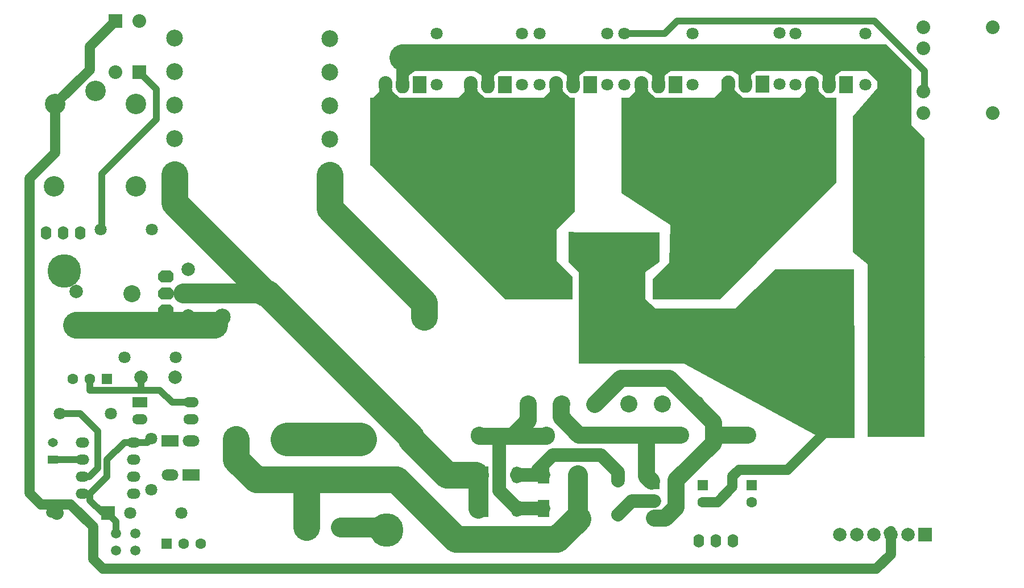
<source format=gtl>
%FSLAX24Y24*%
%MOIN*%
G70*
G01*
G75*
G04 Layer_Physical_Order=1*
G04 Layer_Color=255*
%ADD10C,0.0394*%
%ADD11C,0.0591*%
%ADD12C,0.0787*%
%ADD13C,0.1969*%
%ADD14C,0.1575*%
%ADD15C,0.1181*%
%ADD16C,0.0984*%
%ADD17C,0.0984*%
%ADD18C,0.1000*%
%ADD19C,0.0591*%
%ADD20C,0.0787*%
%ADD21C,0.1969*%
%ADD22C,0.0800*%
%ADD23C,0.0709*%
%ADD24C,0.0630*%
%ADD25R,0.0630X0.0630*%
%ADD26O,0.0630X0.0787*%
%ADD27C,0.1200*%
%ADD28O,0.0800X0.1000*%
%ADD29R,0.0800X0.1000*%
%ADD30R,0.0787X0.0787*%
%ADD31O,0.0650X0.1000*%
%ADD32R,0.0650X0.1000*%
%ADD33R,0.0800X0.0800*%
%ADD34C,0.1181*%
%ADD35R,0.1181X0.1181*%
%ADD36O,0.0900X0.0600*%
%ADD37R,0.0900X0.0600*%
%ADD38O,0.0787X0.0591*%
%ADD39R,0.0630X0.0630*%
%ADD40R,0.1000X0.0650*%
%ADD41O,0.1000X0.0650*%
%ADD42R,0.0800X0.0800*%
%ADD43O,0.0591X0.0512*%
%ADD44R,0.0591X0.0512*%
G04:AMPARAMS|DCode=45|XSize=70mil|YSize=90mil|CornerRadius=0mil|HoleSize=0mil|Usage=FLASHONLY|Rotation=90.000|XOffset=0mil|YOffset=0mil|HoleType=Round|Shape=Octagon|*
%AMOCTAGOND45*
4,1,8,-0.0450,-0.0175,-0.0450,0.0175,-0.0275,0.0350,0.0275,0.0350,0.0450,0.0175,0.0450,-0.0175,0.0275,-0.0350,-0.0275,-0.0350,-0.0450,-0.0175,0.0*
%
%ADD45OCTAGOND45*%

%ADD46C,0.0394*%
G36*
X358120Y38698D02*
X358199Y38619D01*
X358278Y37871D01*
X358768Y37438D01*
X362083D01*
X362451Y37832D01*
Y38462D01*
X362490Y38541D01*
X362608Y38659D01*
X362726Y38698D01*
X362923D01*
X363041Y38659D01*
X363120Y38580D01*
X363199Y37832D01*
X363645Y37438D01*
X364262D01*
Y32478D01*
X359577Y27793D01*
Y27793D01*
X357411Y25627D01*
X353474D01*
Y26808D01*
X354459Y27793D01*
X354498Y29997D01*
X351663Y31848D01*
Y37438D01*
X352083D01*
X352451Y37832D01*
Y38462D01*
X352490Y38541D01*
X352608Y38659D01*
X352726Y38698D01*
X352923D01*
X353041Y38659D01*
X353120Y38580D01*
X353199Y37832D01*
X353645Y37438D01*
X357125D01*
X357530Y37871D01*
Y38501D01*
X357569Y38580D01*
X357687Y38698D01*
X357805Y38737D01*
X358002D01*
X358120Y38698D01*
D02*
G37*
G36*
X339747Y39176D02*
X339183Y38737D01*
X339196Y37956D01*
X339156Y37877D01*
X339038Y37759D01*
X338920Y37719D01*
X338723D01*
X338605Y37759D01*
X338526Y37837D01*
X338435Y38029D01*
Y39407D01*
X339747Y39176D01*
D02*
G37*
G36*
X348041Y38659D02*
X348120Y38580D01*
X348199Y37832D01*
X348645Y37438D01*
X348907D01*
Y30785D01*
X347845Y29722D01*
Y27871D01*
X348789Y26926D01*
Y25627D01*
X344852D01*
X336900Y33501D01*
Y37438D01*
X337083D01*
X337451Y37832D01*
Y38462D01*
X337490Y38541D01*
X337608Y38659D01*
X337726Y38698D01*
X337923D01*
X338041Y38659D01*
X338120Y38580D01*
X338199Y37832D01*
X338645Y37438D01*
X342083D01*
X342451Y37832D01*
Y38462D01*
X342490Y38541D01*
X342608Y38659D01*
X342726Y38698D01*
X342923D01*
X343041Y38659D01*
X343120Y38580D01*
X343199Y37832D01*
X343645Y37438D01*
X347083D01*
X347451Y37832D01*
Y38462D01*
X347490Y38541D01*
X347608Y38659D01*
X347726Y38698D01*
X347923D01*
X348041Y38659D01*
D02*
G37*
G36*
X349144Y29564D02*
X353868D01*
Y27832D01*
X353041Y27202D01*
Y25627D01*
X353632Y25076D01*
X358317D01*
X360679Y27399D01*
X365285D01*
X365325Y20824D01*
Y17478D01*
X363356D01*
X355325Y21848D01*
X349144D01*
Y27202D01*
X348553Y27793D01*
X348552Y29567D01*
X349144Y29564D01*
D02*
G37*
G36*
X368632Y39092D02*
Y35863D01*
X369419Y35076D01*
Y22281D01*
X369459Y22241D01*
X369419Y22202D01*
Y17556D01*
X366073D01*
Y27674D01*
X365207Y28383D01*
Y36336D01*
X366663Y38029D01*
Y38422D01*
X365955Y39131D01*
Y40588D01*
X367175D01*
X368632Y39092D01*
D02*
G37*
G36*
X364183Y38737D02*
X364196Y37956D01*
X364156Y37877D01*
X364038Y37759D01*
X363920Y37719D01*
X363723D01*
X363605Y37759D01*
X363526Y37837D01*
X363435Y38029D01*
Y38737D01*
X362778Y39176D01*
X364747D01*
X364183Y38737D01*
D02*
G37*
G36*
X359262Y38777D02*
X359274Y37995D01*
X359235Y37916D01*
X359117Y37798D01*
X358999Y37759D01*
X358802D01*
X358684Y37798D01*
X358605Y37877D01*
X358514Y38068D01*
Y38777D01*
X357857Y39215D01*
X359826D01*
X359262Y38777D01*
D02*
G37*
G36*
X354183Y38737D02*
X354196Y37956D01*
X354156Y37877D01*
X354038Y37759D01*
X353920Y37719D01*
X353723D01*
X353605Y37759D01*
X353526Y37837D01*
X353435Y38029D01*
Y38737D01*
X352778Y39176D01*
X354747D01*
X354183Y38737D01*
D02*
G37*
G36*
X344183D02*
X344196Y37956D01*
X344156Y37877D01*
X344038Y37759D01*
X343920Y37719D01*
X343723D01*
X343605Y37759D01*
X343526Y37837D01*
X343435Y38029D01*
Y38737D01*
X342778Y39176D01*
X344747D01*
X344183Y38737D01*
D02*
G37*
G36*
X349183D02*
X349196Y37956D01*
X349156Y37877D01*
X349038Y37759D01*
X348920Y37719D01*
X348723D01*
X348605Y37759D01*
X348526Y37837D01*
X348435Y38029D01*
Y38737D01*
X347778Y39176D01*
X349747D01*
X349183Y38737D01*
D02*
G37*
D10*
X322008Y11878D02*
Y12594D01*
X321531Y13071D02*
X322008Y12594D01*
X321485Y15217D02*
Y16201D01*
X320933Y15728D02*
Y17894D01*
X320433Y15228D02*
X320933Y15728D01*
X323851Y17228D02*
X324083Y17461D01*
X320485Y20319D02*
Y20965D01*
X323063Y17228D02*
X323851D01*
X322512D02*
X323063D01*
X321485Y16201D02*
X322512Y17228D01*
X320063Y15228D02*
X320433D01*
X318343Y16228D02*
X320063D01*
Y14228D02*
X320496D01*
X321485Y15217D01*
X325302Y19587D02*
X326400D01*
X323493Y20317D02*
Y21043D01*
X324594Y20295D02*
X325302Y19587D01*
X320496Y13823D02*
X321217Y13103D01*
X320496Y13823D02*
Y14228D01*
X323374Y38961D02*
X324380Y37955D01*
Y36178D02*
Y37955D01*
X321191Y32989D02*
X324380Y36178D01*
X318317Y16203D02*
X318343Y16228D01*
X321191Y29777D02*
Y32989D01*
X321117Y29703D02*
X321191Y29777D01*
X318717Y18903D02*
X319924D01*
X320933Y17894D01*
X354930Y41966D02*
X366467D01*
X369419Y39013D01*
Y37876D02*
Y39013D01*
X369359Y37815D02*
X369419Y37876D01*
X351820Y41209D02*
X354173D01*
X354930Y41966D01*
X320508Y20295D02*
X324594D01*
X320485Y20319D02*
X320508Y20295D01*
X320485D02*
X320508D01*
D11*
X320669Y10394D02*
Y12274D01*
Y10394D02*
X321263Y9800D01*
X319363Y13580D02*
X320669Y12274D01*
X320482Y40446D02*
X321996Y41961D01*
X320482Y39096D02*
Y40446D01*
X318453Y37067D02*
X320482Y39096D01*
X318453Y34232D02*
Y37067D01*
X316939Y32718D02*
X318453Y34232D01*
X318694Y13580D02*
X319363D01*
X318217Y13103D02*
X318694Y13580D01*
X316939Y14250D02*
X317609Y13580D01*
X316939Y14250D02*
Y32718D01*
X317609Y13580D02*
X318694D01*
X356422Y13725D02*
X357268D01*
X358150Y14606D01*
Y15236D01*
X358543Y15630D01*
X361386D01*
X364280Y18524D01*
X367326Y11920D02*
X367435Y12029D01*
X321263Y9800D02*
X366572D01*
X367435Y10663D01*
Y11811D01*
D12*
X352248Y13783D02*
X353571D01*
X351445Y12980D02*
X352221Y13756D01*
X344516Y14368D02*
X345498Y13347D01*
X347606Y16476D02*
X350461D01*
X351445Y15492D01*
X346759Y15629D02*
X347606Y16476D01*
X351445Y14980D02*
Y15492D01*
X345498Y15315D02*
X347073D01*
X345498Y13347D02*
X347073D01*
X344477Y14368D02*
Y17598D01*
D13*
X332036Y17421D02*
X336327D01*
D14*
X347845Y11533D02*
X349073Y12761D01*
X330243Y15033D02*
X333081D01*
X333178Y12264D02*
Y14936D01*
X333081Y15033D02*
X338438D01*
X333081D02*
X333178Y14936D01*
X329044Y16232D02*
Y17421D01*
Y16232D02*
X330243Y15033D01*
X338438D02*
X341939Y11533D01*
X347845D01*
X358778Y39803D02*
X366367D01*
X319674Y24114D02*
X327784D01*
X338823Y39803D02*
X358778D01*
X339319Y17421D02*
Y17539D01*
X330878Y25980D02*
X339319Y17539D01*
Y17421D02*
X341425Y15315D01*
X343081D01*
X325461Y31280D02*
Y32933D01*
Y31280D02*
X330760Y25980D01*
X340067Y24587D02*
Y25426D01*
X334550Y30943D02*
X340067Y25426D01*
X334550Y30943D02*
Y32912D01*
D15*
X349073Y12761D02*
Y15315D01*
X335185Y12264D02*
X337469D01*
X343238Y13344D02*
Y15312D01*
X330878Y25980D02*
X331075D01*
X325933D02*
X330760D01*
D16*
X349162Y17638D02*
X353099D01*
X348099Y18701D02*
Y19449D01*
X353099Y15256D02*
Y17638D01*
X353571Y12783D02*
X354209D01*
X351600Y20982D02*
X354440D01*
X350067Y19449D02*
X351600Y20982D01*
X353099Y15256D02*
X353410Y14945D01*
X348099Y18701D02*
X349162Y17638D01*
X354440Y20982D02*
X357036Y18386D01*
Y17638D02*
Y18386D01*
Y17638D02*
X359004D01*
X353099D02*
X355067D01*
X354209Y12783D02*
X354843Y13417D01*
Y15000D01*
X357036Y17193D01*
Y17638D01*
X346181Y18504D02*
Y19409D01*
X343307Y17598D02*
X344477D01*
X345276D01*
X347244D01*
X345276D02*
X346181Y18504D01*
D17*
X325461Y31102D02*
D03*
Y33071D02*
D03*
Y37008D02*
D03*
Y35039D02*
D03*
Y38976D02*
D03*
Y40945D02*
D03*
X334550Y40924D02*
D03*
Y38955D02*
D03*
Y35018D02*
D03*
Y36987D02*
D03*
Y33050D02*
D03*
Y31081D02*
D03*
X340067Y24587D02*
D03*
X328256D02*
D03*
D18*
X359055Y17657D02*
D03*
X343307D02*
D03*
X345276D02*
D03*
X347244D02*
D03*
X349213D02*
D03*
X357087D02*
D03*
X355118D02*
D03*
X353150D02*
D03*
X351181D02*
D03*
X359055Y28484D02*
D03*
X351181D02*
D03*
X353150D02*
D03*
X355118D02*
D03*
X357087D02*
D03*
X349213D02*
D03*
X347244D02*
D03*
X345276D02*
D03*
X343307D02*
D03*
X354055Y26358D02*
D03*
X356024D02*
D03*
X352087D02*
D03*
X350118D02*
D03*
X348150D02*
D03*
X346181D02*
D03*
Y19469D02*
D03*
X348150D02*
D03*
X350118D02*
D03*
X352087D02*
D03*
X356024D02*
D03*
X354055D02*
D03*
X322941Y25965D02*
D03*
D19*
X322008Y10878D02*
D03*
Y11878D02*
D03*
X323150Y10878D02*
D03*
Y11878D02*
D03*
D20*
X326248Y24665D02*
D03*
Y27382D02*
D03*
X333188Y12120D02*
D03*
X335196D02*
D03*
X364435Y11811D02*
D03*
X365435D02*
D03*
X366435D02*
D03*
X368435D02*
D03*
X367435D02*
D03*
X319674Y26083D02*
D03*
Y24114D02*
D03*
X351445Y12980D02*
D03*
Y14980D02*
D03*
X325493Y21043D02*
D03*
X323493D02*
D03*
D21*
X361485Y23327D02*
D03*
X337874Y12087D02*
D03*
X368335Y22146D02*
D03*
X367744Y29862D02*
D03*
X318976Y27283D02*
D03*
X361563Y21280D02*
D03*
D22*
X369359Y36555D02*
D03*
Y37815D02*
D03*
Y41594D02*
D03*
Y40335D02*
D03*
X373414Y41594D02*
D03*
Y36555D02*
D03*
X323374Y41961D02*
D03*
X321996Y38965D02*
D03*
X318531Y13071D02*
D03*
D23*
X365933Y38209D02*
D03*
Y41209D02*
D03*
X360902Y38248D02*
D03*
Y41248D02*
D03*
X355823Y38209D02*
D03*
Y41209D02*
D03*
X350807Y38209D02*
D03*
Y41209D02*
D03*
X345823Y38209D02*
D03*
Y41209D02*
D03*
X340807Y38209D02*
D03*
Y41209D02*
D03*
X321117Y29703D02*
D03*
X324117D02*
D03*
X361839Y41209D02*
D03*
Y38209D02*
D03*
X346839Y41209D02*
D03*
Y38209D02*
D03*
X322508Y22224D02*
D03*
X325508D02*
D03*
X324083Y17461D02*
D03*
Y14461D02*
D03*
X321717Y18903D02*
D03*
X318717D02*
D03*
X322835Y13071D02*
D03*
X325835D02*
D03*
X351820Y41209D02*
D03*
Y38209D02*
D03*
D24*
X359280Y13705D02*
D03*
X356422Y13725D02*
D03*
X353571Y13783D02*
D03*
Y12783D02*
D03*
X326989Y11280D02*
D03*
X325989D02*
D03*
X319485Y20965D02*
D03*
X320485D02*
D03*
D25*
X359280Y14705D02*
D03*
X356422Y14725D02*
D03*
X353571Y14783D02*
D03*
D26*
X356193Y11437D02*
D03*
X357193D02*
D03*
X358193D02*
D03*
X317917Y29503D02*
D03*
X318917D02*
D03*
X319917D02*
D03*
D27*
X318453Y37067D02*
D03*
X323178D02*
D03*
X318378Y32264D02*
D03*
X323178D02*
D03*
X320815Y37854D02*
D03*
D28*
X337823Y38209D02*
D03*
X338823D02*
D03*
X342823D02*
D03*
X343823D02*
D03*
X347823D02*
D03*
X348823D02*
D03*
X352823D02*
D03*
X353823D02*
D03*
X357902Y38248D02*
D03*
X358902D02*
D03*
X362823Y38209D02*
D03*
X363823D02*
D03*
D29*
X339823D02*
D03*
X344823D02*
D03*
X349823D02*
D03*
X354823D02*
D03*
X359902Y38248D02*
D03*
X364823Y38209D02*
D03*
D30*
X369435Y11811D02*
D03*
D31*
X349073Y15315D02*
D03*
Y13347D02*
D03*
X345498Y13347D02*
D03*
Y15315D02*
D03*
D32*
X347073D02*
D03*
Y13347D02*
D03*
X343498Y13347D02*
D03*
Y15315D02*
D03*
D33*
X323374Y38961D02*
D03*
X321996Y41965D02*
D03*
D34*
X364280Y25768D02*
D03*
Y18524D02*
D03*
X336327Y17421D02*
D03*
X329044D02*
D03*
D35*
X367272Y25768D02*
D03*
Y18524D02*
D03*
X339319Y17421D02*
D03*
X332036D02*
D03*
D36*
X326400Y19587D02*
D03*
Y18587D02*
D03*
X323400D02*
D03*
D37*
Y19587D02*
D03*
D38*
X320063Y17228D02*
D03*
Y16228D02*
D03*
Y15228D02*
D03*
Y14228D02*
D03*
X323063D02*
D03*
Y15228D02*
D03*
Y16228D02*
D03*
Y17228D02*
D03*
D39*
X324989Y11280D02*
D03*
X321485Y20965D02*
D03*
D40*
X325177Y17314D02*
D03*
X326406Y15319D02*
D03*
D41*
X325177Y15314D02*
D03*
X326406Y17319D02*
D03*
D42*
X321531Y13071D02*
D03*
D43*
X318317Y17203D02*
D03*
D44*
Y16203D02*
D03*
D45*
X324941Y26965D02*
D03*
Y25965D02*
D03*
Y24965D02*
D03*
D46*
X320485Y20319D02*
D03*
M02*

</source>
